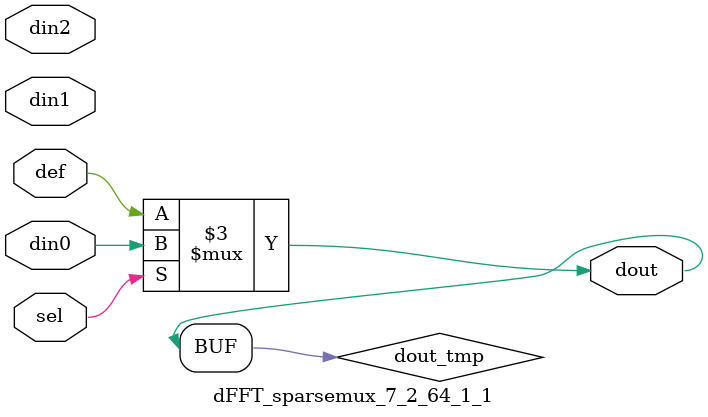
<source format=v>
`timescale 1ns / 1ps

module dFFT_sparsemux_7_2_64_1_1 (din0,din1,din2,def,sel,dout);

parameter din0_WIDTH = 1;

parameter din1_WIDTH = 1;

parameter din2_WIDTH = 1;

parameter def_WIDTH = 1;
parameter sel_WIDTH = 1;
parameter dout_WIDTH = 1;

parameter [sel_WIDTH-1:0] CASE0 = 1;

parameter [sel_WIDTH-1:0] CASE1 = 1;

parameter [sel_WIDTH-1:0] CASE2 = 1;

parameter ID = 1;
parameter NUM_STAGE = 1;



input [din0_WIDTH-1:0] din0;

input [din1_WIDTH-1:0] din1;

input [din2_WIDTH-1:0] din2;

input [def_WIDTH-1:0] def;
input [sel_WIDTH-1:0] sel;

output [dout_WIDTH-1:0] dout;



reg [dout_WIDTH-1:0] dout_tmp;


always @ (*) begin
(* parallel_case *) case (sel)
    
    CASE0 : dout_tmp = din0;
    
    CASE1 : dout_tmp = din1;
    
    CASE2 : dout_tmp = din2;
    
    default : dout_tmp = def;
endcase
end


assign dout = dout_tmp;



endmodule

</source>
